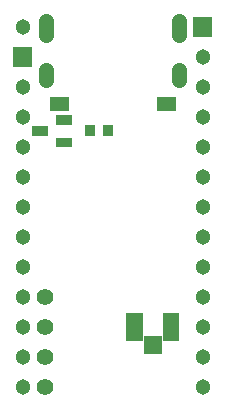
<source format=gbs>
G04 Layer: BottomSolderMaskLayer*
G04 EasyEDA v6.5.9, 2022-08-10 12:44:31*
G04 c5846564ba334fc5ac80b38e15378060,f7cd1a63a7ae402ba8e4f3fce04b6e5d,10*
G04 Gerber Generator version 0.2*
G04 Scale: 100 percent, Rotated: No, Reflected: No *
G04 Dimensions in millimeters *
G04 leading zeros omitted , absolute positions ,4 integer and 5 decimal *
%FSLAX45Y45*%
%MOMM*%

%ADD10C,1.3016*%
%ADD11C,1.4032*%

%LPD*%
D10*
X1452270Y-206151D02*
G01*
X1452270Y-86151D01*
X328269Y-206151D02*
G01*
X328269Y-86151D01*
X328269Y-586150D02*
G01*
X328269Y-506150D01*
X1452270Y-586150D02*
G01*
X1452270Y-506150D01*
G36*
X405892Y-966723D02*
G01*
X405892Y-886460D01*
X541020Y-886460D01*
X541020Y-966723D01*
G37*
G36*
X405892Y-1156715D02*
G01*
X405892Y-1076452D01*
X541020Y-1076452D01*
X541020Y-1156715D01*
G37*
G36*
X205739Y-1061720D02*
G01*
X205739Y-981455D01*
X340868Y-981455D01*
X340868Y-1061720D01*
G37*
G36*
X653034Y-1062481D02*
G01*
X653034Y-965962D01*
X743712Y-965962D01*
X743712Y-1062481D01*
G37*
G36*
X803655Y-1062481D02*
G01*
X803655Y-965962D01*
X894334Y-965962D01*
X894334Y-1062481D01*
G37*
G36*
X362204Y-849629D02*
G01*
X362204Y-729487D01*
X522478Y-729487D01*
X522478Y-849629D01*
G37*
G36*
X1262126Y-849629D02*
G01*
X1262126Y-729487D01*
X1422400Y-729487D01*
X1422400Y-849629D01*
G37*
G36*
X1313179Y-2797810D02*
G01*
X1313179Y-2557526D01*
X1453387Y-2557526D01*
X1453387Y-2797810D01*
G37*
G36*
X1153413Y-2907792D02*
G01*
X1153413Y-2757423D01*
X1303528Y-2757423D01*
X1303528Y-2907792D01*
G37*
G36*
X1003300Y-2797810D02*
G01*
X1003300Y-2557526D01*
X1143507Y-2557526D01*
X1143507Y-2797810D01*
G37*
G01*
X127000Y-139700D03*
G36*
X45720Y-478789D02*
G01*
X45720Y-308610D01*
X208279Y-308610D01*
X208279Y-478789D01*
G37*
G01*
X127000Y-647700D03*
G01*
X127000Y-901700D03*
G01*
X127000Y-1155700D03*
G01*
X127000Y-1409700D03*
G01*
X127000Y-1663700D03*
G01*
X127000Y-1917700D03*
G01*
X127000Y-2171700D03*
G01*
X127000Y-2425700D03*
G01*
X127000Y-2679700D03*
G01*
X127000Y-2933700D03*
G01*
X127000Y-3187700D03*
G01*
X1651000Y-3187700D03*
G01*
X1651000Y-2933700D03*
G01*
X1651000Y-2679700D03*
G01*
X1651000Y-2425700D03*
G01*
X1651000Y-2171700D03*
G01*
X1651000Y-1917700D03*
G01*
X1651000Y-1663700D03*
G01*
X1651000Y-1409700D03*
G01*
X1651000Y-1155700D03*
G01*
X1651000Y-901700D03*
G01*
X1651000Y-647700D03*
G01*
X1651000Y-393700D03*
G36*
X1569720Y-224789D02*
G01*
X1569720Y-54610D01*
X1732279Y-54610D01*
X1732279Y-224789D01*
G37*
D11*
G01*
X320294Y-2426207D03*
G01*
X320294Y-2680207D03*
G01*
X320294Y-2934207D03*
G01*
X320294Y-3188207D03*
M02*

</source>
